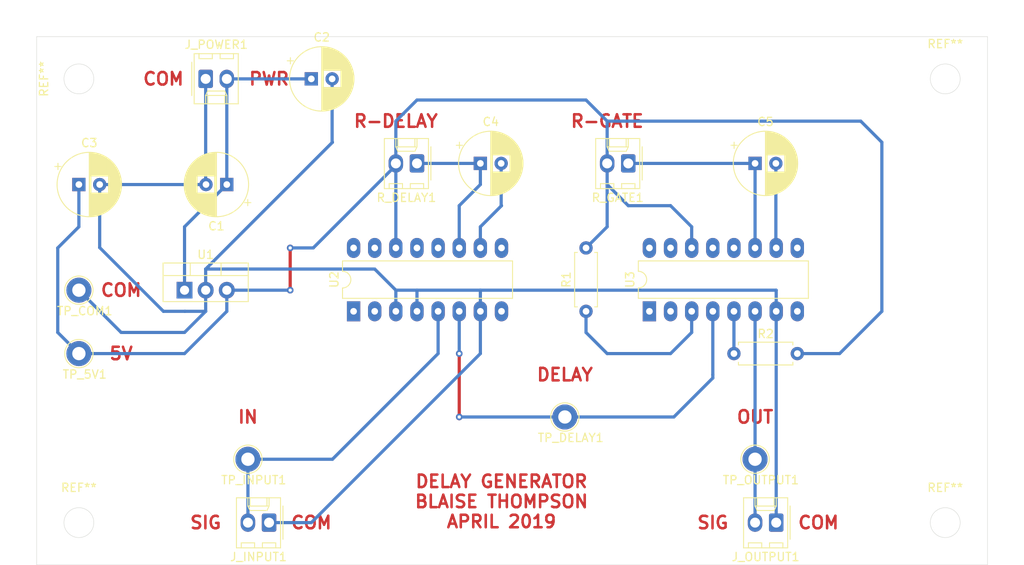
<source format=kicad_pcb>
(kicad_pcb (version 20211014) (generator pcbnew)
  (title_block (title "Delay Generator") (date "2019-04-17") (rev "A") (company "UW-Madison") (comment 1 "Department of Chemistry"))
  (layers (0 "F.Cu" signal) (31 "B.Cu" signal) (34 "B.Paste" user) (35 "F.Paste" user) (36 "B.SilkS" user "B.Silkscreen") (37 "F.SilkS" user "F.Silkscreen") (38 "B.Mask" user) (39 "F.Mask" user) (44 "Edge.Cuts" user))
  (net 0 "")
  (net 1 "Net-(C1-Pad1)")
  (net 2 "GND")
  (net 3 "+5V")
  (net 4 "Net-(C4-Pad1)")
  (net 5 "Net-(C4-Pad2)")
  (net 6 "Net-(C5-Pad2)")
  (net 7 "Net-(C5-Pad1)")
  (net 8 "Net-(R1-Pad1)")
  (net 9 "Net-(R2-Pad1)")
  (net 10 "Net-(U2-Pad1)")
  (net 11 "Net-(U2-Pad9)")
  (net 12 "Net-(U3-Pad9)")
  (net 13 "Net-(U3-Pad1)")
  (net 14 "Net-(J_INPUT1-Pad2)")
  (net 15 "Net-(J_OUTPUT1-Pad2)")
  (net 16 "Net-(TP_DELAY1-Pad1)")
  (footprint "Capacitor_THT:CP_Radial_D7.5mm_P2.50mm" (layer "F.Cu") (at 99.06 68.58 180)
    (fp_text reference "C1" (at 1.25 -5 180) (layer "F.SilkS"))
    (fp_text value "100uF")
    (pad "1" thru_hole rect locked (at 0 0 180) (size 1.6 1.6) (drill 0.8) (layers *.Cu *.Mask) (net 1 "Net-(C1-Pad1)"))
    (pad "2" thru_hole circle locked (at 2.5 0 180) (size 1.6 1.6) (drill 0.8) (layers *.Cu *.Mask) (net 2 "GND"))
  )
  (footprint "Capacitor_THT:CP_Radial_D7.5mm_P2.50mm" (layer "F.Cu") (at 109.22 55.88)
    (fp_text reference "C2" (at 1.25 -5) (layer "F.SilkS"))
    (fp_text value "330nF")
    (pad "1" thru_hole rect locked (at 0 0) (size 1.6 1.6) (drill 0.8) (layers *.Cu *.Mask) (net 1 "Net-(C1-Pad1)"))
    (pad "2" thru_hole circle locked (at 2.5 0) (size 1.6 1.6) (drill 0.8) (layers *.Cu *.Mask) (net 2 "GND"))
  )
  (footprint "Capacitor_THT:CP_Radial_D7.5mm_P2.50mm" (layer "F.Cu") (at 81.28 68.58)
    (fp_text reference "C3" (at 1.25 -5) (layer "F.SilkS"))
    (fp_text value "100nF")
    (pad "1" thru_hole rect locked (at 0 0) (size 1.6 1.6) (drill 0.8) (layers *.Cu *.Mask) (net 3 "+5V"))
    (pad "2" thru_hole circle locked (at 2.5 0) (size 1.6 1.6) (drill 0.8) (layers *.Cu *.Mask) (net 2 "GND"))
  )
  (footprint "Capacitor_THT:CP_Radial_D7.5mm_P2.50mm" (layer "F.Cu") (at 129.54 66.04)
    (fp_text reference "C4" (at 1.25 -5) (layer "F.SilkS"))
    (fp_text value "1uF")
    (pad "1" thru_hole rect locked (at 0 0) (size 1.6 1.6) (drill 0.8) (layers *.Cu *.Mask) (net 4 "Net-(C4-Pad1)"))
    (pad "2" thru_hole circle locked (at 2.5 0) (size 1.6 1.6) (drill 0.8) (layers *.Cu *.Mask) (net 5 "Net-(C4-Pad2)"))
  )
  (footprint "Connector_Molex:Molex_KK-254_AE-6410-02A_1x02_P2.54mm_Vertical" (layer "F.Cu") (at 96.52 55.88)
    (fp_text reference "J_POWER1" (at 1.27 -4.12) (layer "F.SilkS"))
    (fp_text value "Conn_01x02")
    (pad "1" thru_hole roundrect locked (at 0 0) (size 1.74 2.2) (drill 1.2) (layers *.Cu *.Mask) (roundrect_rratio 0.143678) (net 2 "GND"))
    (pad "2" thru_hole oval locked (at 2.54 0) (size 1.74 2.2) (drill 1.2) (layers *.Cu *.Mask) (net 1 "Net-(C1-Pad1)"))
  )
  (footprint "Connector_Molex:Molex_KK-254_AE-6410-02A_1x02_P2.54mm_Vertical" (layer "F.Cu") (at 104.14 109.22 180)
    (fp_text reference "J_INPUT1" (at 1.27 -4.12 180) (layer "F.SilkS"))
    (fp_text value "Conn_01x02")
    (pad "1" thru_hole roundrect locked (at 0 0 180) (size 1.74 2.2) (drill 1.2) (layers *.Cu *.Mask) (roundrect_rratio 0.143678) (net 2 "GND"))
    (pad "2" thru_hole oval locked (at 2.54 0 180) (size 1.74 2.2) (drill 1.2) (layers *.Cu *.Mask) (net 14 "Net-(J_INPUT1-Pad2)"))
  )
  (footprint "Package_TO_SOT_THT:TO-220-3_Vertical" (layer "F.Cu") (at 93.98 81.28)
    (fp_text reference "U1" (at 2.54 -4.27) (layer "F.SilkS"))
    (fp_text value "L7805")
    (pad "1" thru_hole rect locked (at 0 0) (size 1.905 2) (drill 1.1) (layers *.Cu *.Mask) (net 1 "Net-(C1-Pad1)"))
    (pad "2" thru_hole oval locked (at 2.54 0) (size 1.905 2) (drill 1.1) (layers *.Cu *.Mask) (net 2 "GND"))
    (pad "3" thru_hole oval locked (at 5.08 0) (size 1.905 2) (drill 1.1) (layers *.Cu *.Mask) (net 3 "+5V"))
  )
  (footprint "MountingHole:MountingHole_3.2mm_M3" (layer "F.Cu") (at 81.28 55.88 90)
    (fp_text reference "REF**" (at 0 -4.2 90) (layer "F.SilkS"))
    (fp_text value "MountingHole_3.2mm_M3")
    (pad "" np_thru_hole circle locked (at 0 0 90) (size 3.2 3.2) (drill 3.2) (layers *.Cu *.Mask))
  )
  (footprint "MountingHole:MountingHole_3.2mm_M3" (layer "F.Cu") (at 81.28 109.22)
    (fp_text reference "REF**" (at 0 -4.2) (layer "F.SilkS"))
    (fp_text value "MountingHole_3.2mm_M3")
    (pad "" np_thru_hole circle locked (at 0 0) (size 3.2 3.2) (drill 3.2) (layers *.Cu *.Mask))
  )
  (footprint "MountingHole:MountingHole_3.2mm_M3" (layer "F.Cu") (at 185.42 109.22)
    (fp_text reference "REF**" (at 0 -4.2) (layer "F.SilkS"))
    (fp_text value "MountingHole_3.2mm_M3")
    (pad "" np_thru_hole circle locked (at 0 0) (size 3.2 3.2) (drill 3.2) (layers *.Cu *.Mask))
  )
  (footprint "MountingHole:MountingHole_3.2mm_M3" (layer "F.Cu") (at 185.42 55.88)
    (fp_text reference "REF**" (at 0 -4.2) (layer "F.SilkS"))
    (fp_text value "MountingHole_3.2mm_M3")
    (pad "" np_thru_hole circle locked (at 0 0) (size 3.2 3.2) (drill 3.2) (layers *.Cu *.Mask))
  )
  (footprint "Connector_Molex:Molex_KK-254_AE-6410-02A_1x02_P2.54mm_Vertical" (layer "F.Cu") (at 165.1 109.22 180)
    (fp_text reference "J_OUTPUT1" (at 1.27 -4.12 180) (layer "F.SilkS"))
    (fp_text value "Conn_01x0")
    (pad "1" thru_hole roundrect locked (at 0 0 180) (size 1.74 2.2) (drill 1.2) (layers *.Cu *.Mask) (roundrect_rratio 0.143678) (net 2 "GND"))
    (pad "2" thru_hole oval locked (at 2.54 0 180) (size 1.74 2.2) (drill 1.2) (layers *.Cu *.Mask) (net 15 "Net-(J_OUTPUT1-Pad2)"))
  )
  (footprint "TestPoint:TestPoint_Loop_D2.60mm_Drill1.6mm_Beaded" (layer "F.Cu") (at 81.28 88.9)
    (fp_text reference "TP_5V1" (at 0.7 2.5) (layer "F.SilkS"))
    (fp_text value "TestPoint")
    (pad "1" thru_hole circle locked (at 0 0) (size 3 3) (drill 1.6) (layers *.Cu *.Mask) (net 3 "+5V"))
  )
  (footprint "TestPoint:TestPoint_Loop_D2.60mm_Drill1.6mm_Beaded" (layer "F.Cu") (at 81.28 81.28)
    (fp_text reference "TP_COM1" (at 0.7 2.5) (layer "F.SilkS"))
    (fp_text value "TestPoint")
    (pad "1" thru_hole circle locked (at 0 0) (size 3 3) (drill 1.6) (layers *.Cu *.Mask) (net 2 "GND"))
  )
  (footprint "TestPoint:TestPoint_Loop_D2.60mm_Drill1.6mm_Beaded" (layer "F.Cu") (at 139.7 96.52)
    (fp_text reference "TP_DELAY1" (at 0.7 2.5) (layer "F.SilkS"))
    (fp_text value "TestPoint")
    (pad "1" thru_hole circle locked (at 0 0) (size 3 3) (drill 1.6) (layers *.Cu *.Mask) (net 16 "Net-(TP_DELAY1-Pad1)"))
  )
  (footprint "TestPoint:TestPoint_Loop_D2.60mm_Drill1.6mm_Beaded" (layer "F.Cu") (at 101.6 101.6)
    (fp_text reference "TP_INPUT1" (at 0.7 2.5) (layer "F.SilkS"))
    (fp_text value "TestPoint")
    (pad "1" thru_hole circle locked (at 0 0) (size 3 3) (drill 1.6) (layers *.Cu *.Mask) (net 14 "Net-(J_INPUT1-Pad2)"))
  )
  (footprint "TestPoint:TestPoint_Loop_D2.60mm_Drill1.6mm_Beaded" (layer "F.Cu") (at 162.56 101.6)
    (fp_text reference "TP_OUTPUT1" (at 0.7 2.5) (layer "F.SilkS"))
    (fp_text value "TestPoint")
    (pad "1" thru_hole circle locked (at 0 0) (size 3 3) (drill 1.6) (layers *.Cu *.Mask) (net 15 "Net-(J_OUTPUT1-Pad2)"))
  )
  (footprint "Package_DIP:DIP-16_W7.62mm_LongPads" (layer "F.Cu") (at 114.3 83.82 90)
    (fp_text reference "U2" (at 3.81 -2.33 90) (layer "F.SilkS"))
    (fp_text value "74LS121")
    (pad "1" thru_hole rect locked (at 0 0 90) (size 2.4 1.6) (drill 0.8) (layers *.Cu *.Mask) (net 10 "Net-(U2-Pad1)"))
    (pad "2" thru_hole oval locked (at 0 2.54 90) (size 2.4 1.6) (drill 0.8) (layers *.Cu *.Mask))
    (pad "3" thru_hole oval locked (at 0 5.08 90) (size 2.4 1.6) (drill 0.8) (layers *.Cu *.Mask) (net 2 "GND"))
    (pad "4" thru_hole oval locked (at 0 7.62 90) (size 2.4 1.6) (drill 0.8) (layers *.Cu *.Mask) (net 2 "GND"))
    (pad "5" thru_hole oval locked (at 0 10.16 90) (size 2.4 1.6) (drill 0.8) (layers *.Cu *.Mask) (net 14 "Net-(J_INPUT1-Pad2)"))
    (pad "6" thru_hole oval locked (at 0 12.7 90) (size 2.4 1.6) (drill 0.8) (layers *.Cu *.Mask) (net 16 "Net-(TP_DELAY1-Pad1)"))
    (pad "7" thru_hole oval locked (at 0 15.24 90) (size 2.4 1.6) (drill 0.8) (layers *.Cu *.Mask) (net 2 "GND"))
    (pad "8" thru_hole oval locked (at 0 17.78 90) (size 2.4 1.6) (drill 0.8) (layers *.Cu *.Mask))
    (pad "9" thru_hole oval locked (at 7.62 17.78 90) (size 2.4 1.6) (drill 0.8) (layers *.Cu *.Mask) (net 11 "Net-(U2-Pad9)"))
    (pad "10" thru_hole oval locked (at 7.62 15.24 90) (size 2.4 1.6) (drill 0.8) (layers *.Cu *.Mask) (net 5 "Net-(C4-Pad2)"))
    (pad "11" thru_hole oval locked (at 7.62 12.7 90) (size 2.4 1.6) (drill 0.8) (layers *.Cu *.Mask) (net 4 "Net-(C4-Pad1)"))
    (pad "12" thru_hole oval locked (at 7.62 10.16 90) (size 2.4 1.6) (drill 0.8) (layers *.Cu *.Mask))
    (pad "13" thru_hole oval locked (at 7.62 7.62 90) (size 2.4 1.6) (drill 0.8) (layers *.Cu *.Mask))
    (pad "14" thru_hole oval locked (at 7.62 5.08 90) (size 2.4 1.6) (drill 0.8) (layers *.Cu *.Mask) (net 3 "+5V"))
    (pad "15" thru_hole oval locked (at 7.62 2.54 90) (size 2.4 1.6) (drill 0.8) (layers *.Cu *.Mask))
    (pad "16" thru_hole oval locked (at 7.62 0 90) (size 2.4 1.6) (drill 0.8) (layers *.Cu *.Mask))
  )
  (footprint "Connector_Molex:Molex_KK-254_AE-6410-02A_1x02_P2.54mm_Vertical" (layer "F.Cu") (at 121.92 66.04 180)
    (fp_text reference "R_DELAY1" (at 1.27 -4.12 180) (layer "F.SilkS"))
    (fp_text value "10k")
    (pad "1" thru_hole roundrect locked (at 0 0 180) (size 1.74 2.2) (drill 1.2) (layers *.Cu *.Mask) (roundrect_rratio 0.143678) (net 4 "Net-(C4-Pad1)"))
    (pad "2" thru_hole oval locked (at 2.54 0 180) (size 1.74 2.2) (drill 1.2) (layers *.Cu *.Mask) (net 3 "+5V"))
  )
  (footprint "Connector_Molex:Molex_KK-254_AE-6410-02A_1x02_P2.54mm_Vertical" (layer "F.Cu") (at 147.32 66.04 180)
    (fp_text reference "R_GATE1" (at 1.27 -4.12 180) (layer "F.SilkS"))
    (fp_text value "10")
    (pad "1" thru_hole roundrect locked (at 0 0 180) (size 1.74 2.2) (drill 1.2) (layers *.Cu *.Mask) (roundrect_rratio 0.143678) (net 7 "Net-(C5-Pad1)"))
    (pad "2" thru_hole oval locked (at 2.54 0 180) (size 1.74 2.2) (drill 1.2) (layers *.Cu *.Mask) (net 3 "+5V"))
  )
  (footprint "Resistor_THT:R_Axial_DIN0207_L6.3mm_D2.5mm_P7.62mm_Horizontal" (layer "F.Cu") (at 142.24 83.82 90)
    (fp_text reference "R1" (at 3.81 -2.37 90) (layer "F.SilkS"))
    (fp_text value "1k")
    (pad "1" thru_hole circle locked (at 0 0 90) (size 1.6 1.6) (drill 0.8) (layers *.Cu *.Mask) (net 8 "Net-(R1-Pad1)"))
    (pad "2" thru_hole oval locked (at 7.62 0 90) (size 1.6 1.6) (drill 0.8) (layers *.Cu *.Mask) (net 3 "+5V"))
  )
  (footprint "Package_DIP:DIP-16_W7.62mm_LongPads" (layer "F.Cu") (at 149.86 83.82 90)
    (fp_text reference "U3" (at 3.81 -2.33 90) (layer "F.SilkS"))
    (fp_text value "74LS121")
    (pad "1" thru_hole rect locked (at 0 0 90) (size 2.4 1.6) (drill 0.8) (layers *.Cu *.Mask) (net 13 "Net-(U3-Pad1)"))
    (pad "2" thru_hole oval locked (at 0 2.54 90) (size 2.4 1.6) (drill 0.8) (layers *.Cu *.Mask))
    (pad "3" thru_hole oval locked (at 0 5.08 90) (size 2.4 1.6) (drill 0.8) (layers *.Cu *.Mask) (net 8 "Net-(R1-Pad1)"))
    (pad "4" thru_hole oval locked (at 0 7.62 90) (size 2.4 1.6) (drill 0.8) (layers *.Cu *.Mask) (net 16 "Net-(TP_DELAY1-Pad1)"))
    (pad "5" thru_hole oval locked (at 0 10.16 90) (size 2.4 1.6) (drill 0.8) (layers *.Cu *.Mask) (net 9 "Net-(R2-Pad1)"))
    (pad "6" thru_hole oval locked (at 0 12.7 90) (size 2.4 1.6) (drill 0.8) (layers *.Cu *.Mask) (net 15 "Net-(J_OUTPUT1-Pad2)"))
    (pad "7" thru_hole oval locked (at 0 15.24 90) (size 2.4 1.6) (drill 0.8) (layers *.Cu *.Mask) (net 2 "GND"))
    (pad "8" thru_hole oval locked (at 0 17.78 90) (size 2.4 1.6) (drill 0.8) (layers *.Cu *.Mask))
    (pad "9" thru_hole oval locked (at 7.62 17.78 90) (size 2.4 1.6) (drill 0.8) (layers *.Cu *.Mask) (net 12 "Net-(U3-Pad9)"))
    (pad "10" thru_hole oval locked (at 7.62 15.24 90) (size 2.4 1.6) (drill 0.8) (layers *.Cu *.Mask) (net 6 "Net-(C5-Pad2)"))
    (pad "11" thru_hole oval locked (at 7.62 12.7 90) (size 2.4 1.6) (drill 0.8) (layers *.Cu *.Mask) (net 7 "Net-(C5-Pad1)"))
    (pad "12" thru_hole oval locked (at 7.62 10.16 90) (size 2.4 1.6) (drill 0.8) (layers *.Cu *.Mask))
    (pad "13" thru_hole oval locked (at 7.62 7.62 90) (size 2.4 1.6) (drill 0.8) (layers *.Cu *.Mask))
    (pad "14" thru_hole oval locked (at 7.62 5.08 90) (size 2.4 1.6) (drill 0.8) (layers *.Cu *.Mask) (net 3 "+5V"))
    (pad "15" thru_hole oval locked (at 7.62 2.54 90) (size 2.4 1.6) (drill 0.8) (layers *.Cu *.Mask))
    (pad "16" thru_hole oval locked (at 7.62 0 90) (size 2.4 1.6) (drill 0.8) (layers *.Cu *.Mask))
  )
  (footprint "Resistor_THT:R_Axial_DIN0207_L6.3mm_D2.5mm_P7.62mm_Horizontal" (layer "F.Cu") (at 160.02 88.9)
    (fp_text reference "R2" (at 3.81 -2.37) (layer "F.SilkS"))
    (fp_text value "1k")
    (pad "1" thru_hole circle locked (at 0 0) (size 1.6 1.6) (drill 0.8) (layers *.Cu *.Mask) (net 9 "Net-(R2-Pad1)"))
    (pad "2" thru_hole oval locked (at 7.62 0) (size 1.6 1.6) (drill 0.8) (layers *.Cu *.Mask) (net 3 "+5V"))
  )
  (footprint "Capacitor_THT:CP_Radial_D7.5mm_P2.50mm" (layer "F.Cu") (at 162.56 66.04)
    (fp_text reference "C5" (at 1.25 -5) (layer "F.SilkS"))
    (fp_text value "100nF")
    (pad "1" thru_hole rect locked (at 0 0) (size 1.6 1.6) (drill 0.8) (layers *.Cu *.Mask) (net 7 "Net-(C5-Pad1)"))
    (pad "2" thru_hole circle locked (at 2.5 0) (size 1.6 1.6) (drill 0.8) (layers *.Cu *.Mask) (net 6 "Net-(C5-Pad2)"))
  )
  (gr_line (start 190.5 50.8) (end 76.2 50.8) (layer "Edge.Cuts") (width 0.05))
  (gr_circle (center 185.42 55.88) (end 186.69 57.15) (layer "Edge.Cuts") (width 0.05) (fill none))
  (gr_circle (center 81.28 55.88) (end 82.55 57.15) (layer "Edge.Cuts") (width 0.05) (fill none))
  (gr_line (start 76.2 114.3) (end 190.5 114.3) (layer "Edge.Cuts") (width 0.05))
  (gr_line (start 190.5 114.3) (end 190.5 50.8) (layer "Edge.Cuts") (width 0.05))
  (gr_line (start 76.2 50.8) (end 76.2 114.3) (layer "Edge.Cuts") (width 0.05))
  (gr_circle (center 81.28 109.22) (end 82.55 107.95) (layer "Edge.Cuts") (width 0.05) (fill none))
  (gr_circle (center 185.42 109.22) (end 186.69 107.95) (layer "Edge.Cuts") (width 0.05) (fill none))
  (gr_text "PWR" (at 104.14 55.88) (layer "F.Cu") (effects (font (size 1.5 1.5) (thickness 0.3))))
  (gr_text "R-GATE" (at 144.78 60.96) (layer "F.Cu") (effects (font (size 1.5 1.5) (thickness 0.3))))
  (gr_text "SIG" (at 157.48 109.22) (layer "F.Cu") (effects (font (size 1.5 1.5) (thickness 0.3))))
  (gr_text "R-DELAY" (at 119.38 60.96) (layer "F.Cu") (effects (font (size 1.5 1.5) (thickness 0.3))))
  (gr_text "COM" (at 170.18 109.22) (layer "F.Cu") (effects (font (size 1.5 1.5) (thickness 0.3))))
  (gr_text "DELAY" (at 139.7 91.44) (layer "F.Cu") (effects (font (size 1.5 1.5) (thickness 0.3))))
  (gr_text "COM" (at 91.44 55.88) (layer "F.Cu") (effects (font (size 1.5 1.5) (thickness 0.3))))
  (gr_text "5V" (at 86.36 88.9) (layer "F.Cu") (effects (font (size 1.5 1.5) (thickness 0.3))))
  (gr_text "SIG" (at 96.52 109.22) (layer "F.Cu") (effects (font (size 1.5 1.5) (thickness 0.3))))
  (gr_text "IN" (at 101.6 96.52) (layer "F.Cu") (effects (font (size 1.5 1.5) (thickness 0.3))))
  (gr_text "DELAY GENERATOR\nBLAISE THOMPSON\nAPRIL 2019" (at 132.08 106.68) (layer "F.Cu") (effects (font (size 1.5 1.5) (thickness 0.3))))
  (gr_text "COM" (at 109.22 109.22) (layer "F.Cu") (effects (font (size 1.5 1.5) (thickness 0.3))))
  (gr_text "COM" (at 86.36 81.28) (layer "F.Cu") (effects (font (size 1.5 1.5) (thickness 0.3))))
  (gr_text "OUT" (at 162.56 96.52) (layer "F.Cu") (effects (font (size 1.5 1.5) (thickness 0.3))))
  (segment (start 99.06 68.58) (end 99.06 55.88) (width 0.381) (layer "B.Cu") (net 1))
  (segment (start 96.52 71.12) (end 99.06 68.58) (width 0.381) (layer "B.Cu") (net 1))
  (segment (start 99.06 55.88) (end 109.22 55.88) (width 0.381) (layer "B.Cu") (net 1))
  (segment (start 93.98 73.66) (end 96.52 71.12) (width 0.381) (layer "B.Cu") (net 1))
  (segment (start 93.98 81.28) (end 93.98 73.66) (width 0.381) (layer "B.Cu") (net 1))
  (segment (start 129.54 81.28) (end 129.54 83.82) (width 0.381) (layer "B.Cu") (net 2))
  (segment (start 109.22 109.22) (end 129.54 88.9) (width 0.381) (layer "B.Cu") (net 2))
  (segment (start 129.54 88.9) (end 129.54 83.82) (width 0.381) (layer "B.Cu") (net 2))
  (segment (start 165.1 83.82) (end 165.1 84.22) (width 0.381) (layer "B.Cu") (net 2))
  (segment (start 116.84 78.74) (end 119.38 81.28) (width 0.381) (layer "B.Cu") (net 2))
  (segment (start 86.36 86.36) (end 93.98 86.36) (width 0.381) (layer "B.Cu") (net 2))
  (segment (start 165.1 81.28) (end 165.1 83.82) (width 0.381) (layer "B.Cu") (net 2))
  (segment (start 121.92 83.82) (end 121.92 81.28) (width 0.381) (layer "B.Cu") (net 2))
  (segment (start 104.14 109.22) (end 109.22 109.22) (width 0.381) (layer "B.Cu") (net 2))
  (segment (start 96.52 78.74) (end 116.84 78.74) (width 0.381) (layer "B.Cu") (net 2))
  (segment (start 83.78 76.16) (end 91.44 83.82) (width 0.381) (layer "B.Cu") (net 2))
  (segment (start 111.72 63.46) (end 111.72 55.88) (width 0.381) (layer "B.Cu") (net 2))
  (segment (start 96.52 68.54) (end 96.56 68.58) (width 0.381) (layer "B.Cu") (net 2))
  (segment (start 96.52 78.74) (end 111.76 63.5) (width 0.381) (layer "B.Cu") (net 2))
  (segment (start 94.0275 83.82) (end 96.52 83.82) (width 0.381) (layer "B.Cu") (net 2))
  (segment (start 93.98 86.36) (end 96.52 83.82) (width 0.381) (layer "B.Cu") (net 2))
  (segment (start 96.52 81.28) (end 96.52 78.74) (width 0.381) (layer "B.Cu") (net 2))
  (segment (start 83.78 68.58) (end 83.78 76.16) (width 0.381) (layer "B.Cu") (net 2))
  (segment (start 119.38 81.28) (end 129.54 81.28) (width 0.381) (layer "B.Cu") (net 2))
  (segment (start 96.52 83.82) (end 96.52 81.28) (width 0.381) (layer "B.Cu") (net 2))
  (segment (start 96.52 55.88) (end 96.52 68.54) (width 0.381) (layer "B.Cu") (net 2))
  (segment (start 129.54 81.28) (end 165.1 81.28) (width 0.381) (layer "B.Cu") (net 2))
  (segment (start 91.44 83.82) (end 94.0275 83.82) (width 0.381) (layer "B.Cu") (net 2))
  (segment (start 81.28 81.28) (end 86.36 86.36) (width 0.381) (layer "B.Cu") (net 2))
  (segment (start 119.38 83.82) (end 119.38 81.28) (width 0.381) (layer "B.Cu") (net 2))
  (segment (start 165.1 84.22) (end 165.1 109.22) (width 0.381) (layer "B.Cu") (net 2))
  (segment (start 111.76 63.5) (end 111.72 63.46) (width 0.381) (layer "B.Cu") (net 2))
  (segment (start 96.56 68.58) (end 83.78 68.58) (width 0.381) (layer "B.Cu") (net 2))
  (segment (start 106.68 81.28) (end 106.68 76.2) (width 0.381) (layer "F.Cu") (net 3))
  (via (at 106.68 81.28) (size 0.8) (drill 0.4) (layers "F.Cu" "B.Cu") (net 3))
  (via (at 106.68 76.2) (size 0.8) (drill 0.4) (layers "F.Cu" "B.Cu") (net 3))
  (segment (start 99.06 83.82) (end 93.98 88.9) (width 0.381) (layer "B.Cu") (net 3))
  (segment (start 99.06 81.28) (end 106.68 81.28) (width 0.381) (layer "B.Cu") (net 3))
  (segment (start 119.38 66.04) (end 119.38 60.96) (width 0.381) (layer "B.Cu") (net 3))
  (segment (start 78.74 76.2) (end 78.74 86.36) (width 0.381) (layer "B.Cu") (net 3))
  (segment (start 147.32 71.12) (end 152.4 71.12) (width 0.381) (layer "B.Cu") (net 3))
  (segment (start 175.26 60.96) (end 177.8 63.5) (width 0.381) (layer "B.Cu") (net 3))
  (segment (start 109.45 76.2) (end 119.38 66.27) (width 0.381) (layer "B.Cu") (net 3))
  (segment (start 144.78 68.58) (end 147.32 71.12) (width 0.381) (layer "B.Cu") (net 3))
  (segment (start 93.98 88.9) (end 81.28 88.9) (width 0.381) (layer "B.Cu") (net 3))
  (segment (start 177.8 63.5) (end 177.8 83.82) (width 0.381) (layer "B.Cu") (net 3))
  (segment (start 81.28 68.58) (end 81.28 73.66) (width 0.381) (layer "B.Cu") (net 3))
  (segment (start 78.74 86.36) (end 81.28 88.9) (width 0.381) (layer "B.Cu") (net 3))
  (segment (start 167.64 88.9) (end 172.72 88.9) (width 0.381) (layer "B.Cu") (net 3))
  (segment (start 154.94 73.66) (end 154.94 76.2) (width 0.381) (layer "B.Cu") (net 3))
  (segment (start 152.4 71.12) (end 154.94 73.66) (width 0.381) (layer "B.Cu") (net 3))
  (segment (start 119.38 76.2) (end 119.38 66.04) (width 0.381) (layer "B.Cu") (net 3))
  (segment (start 144.78 60.96) (end 175.26 60.96) (width 0.381) (layer "B.Cu") (net 3))
  (segment (start 172.72 88.9) (end 177.8 83.82) (width 0.381) (layer "B.Cu") (net 3))
  (segment (start 144.78 68.58) (end 144.78 73.66) (width 0.381) (layer "B.Cu") (net 3))
  (segment (start 119.38 60.96) (end 121.92 58.42) (width 0.381) (layer "B.Cu") (net 3))
  (segment (start 99.06 81.28) (end 99.06 83.82) (width 0.381) (layer "B.Cu") (net 3))
  (segment (start 144.78 60.96) (end 144.78 68.58) (width 0.381) (layer "B.Cu") (net 3))
  (segment (start 106.68 76.2) (end 109.45 76.2) (width 0.381) (layer "B.Cu") (net 3))
  (segment (start 144.78 73.66) (end 142.24 76.2) (width 0.381) (layer "B.Cu") (net 3))
  (segment (start 81.28 73.66) (end 78.74 76.2) (width 0.381) (layer "B.Cu") (net 3))
  (segment (start 121.92 58.42) (end 142.24 58.42) (width 0.381) (layer "B.Cu") (net 3))
  (segment (start 142.24 58.42) (end 144.78 60.96) (width 0.381) (layer "B.Cu") (net 3))
  (segment (start 129.54 68.58) (end 127 71.12) (width 0.381) (layer "B.Cu") (net 4))
  (segment (start 127 71.12) (end 127 76.2) (width 0.381) (layer "B.Cu") (net 4))
  (segment (start 129.54 66.04) (end 129.54 68.58) (width 0.381) (layer "B.Cu") (net 4))
  (segment (start 121.92 66.04) (end 129.54 66.04) (width 0.381) (layer "B.Cu") (net 4))
  (segment (start 132.04 71.08) (end 132.04 67.17137) (width 0.381) (layer "B.Cu") (net 5))
  (segment (start 132.04 67.17137) (end 132.04 66.04) (width 0.381) (layer "B.Cu") (net 5))
  (segment (start 129.54 73.66) (end 132.08 71.12) (width 0.381) (layer "B.Cu") (net 5))
  (segment (start 132.08 71.12) (end 132.04 71.08) (width 0.381) (layer "B.Cu") (net 5))
  (segment (start 129.54 76.2) (end 129.54 73.66) (width 0.381) (layer "B.Cu") (net 5))
  (segment (start 165.06 66.04) (end 165.06 76.16) (width 0.381) (layer "B.Cu") (net 6))
  (segment (start 165.06 76.16) (end 165.1 76.2) (width 0.381) (layer "B.Cu") (net 6))
  (segment (start 162.56 76.2) (end 162.56 66.04) (width 0.381) (layer "B.Cu") (net 7))
  (segment (start 162.56 66.04) (end 147.32 66.04) (width 0.381) (layer "B.Cu") (net 7))
  (segment (start 144.78 88.9) (end 152.4 88.9) (width 0.381) (layer "B.Cu") (net 8))
  (segment (start 154.94 86.36) (end 154.94 83.82) (width 0.381) (layer "B.Cu") (net 8))
  (segment (start 142.24 86.36) (end 144.78 88.9) (width 0.381) (layer "B.Cu") (net 8))
  (segment (start 152.4 88.9) (end 154.94 86.36) (width 0.381) (layer "B.Cu") (net 8))
  (segment (start 142.24 83.82) (end 142.24 86.36) (width 0.381) (layer "B.Cu") (net 8))
  (segment (start 160.02 83.82) (end 160.02 88.9) (width 0.381) (layer "B.Cu") (net 9))
  (segment (start 111.76 101.6) (end 101.6 101.6) (width 0.381) (layer "B.Cu") (net 14))
  (segment (start 124.46 88.9) (end 111.76 101.6) (width 0.381) (layer "B.Cu") (net 14))
  (segment (start 101.6 109.22) (end 101.6 101.6) (width 0.381) (layer "B.Cu") (net 14))
  (segment (start 124.46 83.82) (end 124.46 88.9) (width 0.381) (layer "B.Cu") (net 14))
  (segment (start 162.56 109.22) (end 162.56 101.6) (width 0.381) (layer "B.Cu") (net 15))
  (segment (start 162.56 101.6) (end 162.56 83.82) (width 0.381) (layer "B.Cu") (net 15))
  (segment (start 127 96.52) (end 127 88.9) (width 0.381) (layer "F.Cu") (net 16))
  (via (at 127 88.9) (size 0.8) (drill 0.4) (layers "F.Cu" "B.Cu") (net 16))
  (via (at 127 96.52) (size 0.8) (drill 0.4) (layers "F.Cu" "B.Cu") (net 16))
  (segment (start 157.48 91.84) (end 157.48 91.44) (width 0.381) (layer "B.Cu") (net 16))
  (segment (start 127 88.9) (end 127 83.82) (width 0.381) (layer "B.Cu") (net 16))
  (segment (start 139.7 96.52) (end 152.8 96.52) (width 0.381) (layer "B.Cu") (net 16))
  (segment (start 157.48 91.44) (end 157.48 83.82) (width 0.381) (layer "B.Cu") (net 16))
  (segment (start 139.7 96.52) (end 127 96.52) (width 0.381) (layer "B.Cu") (net 16))
  (segment (start 152.8 96.52) (end 157.48 91.84) (width 0.381) (layer "B.Cu") (net 16))
)
</source>
